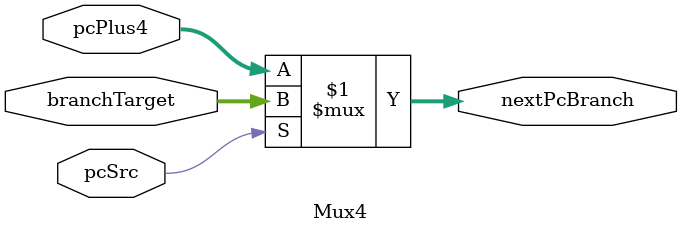
<source format=v>
`timescale 1ns/1ns
module Mux4(
    input [31:0] pcPlus4,      // Entrada 0
    input [31:0] branchTarget, // Entrada 1 (Direccion calculada del salto)
    input pcSrc,               // Selector (Branch AND Zero)
    output [31:0] nextPcBranch // Salida hacia el Mux5
);
    assign nextPcBranch = (pcSrc) ? branchTarget : pcPlus4;

endmodule

</source>
